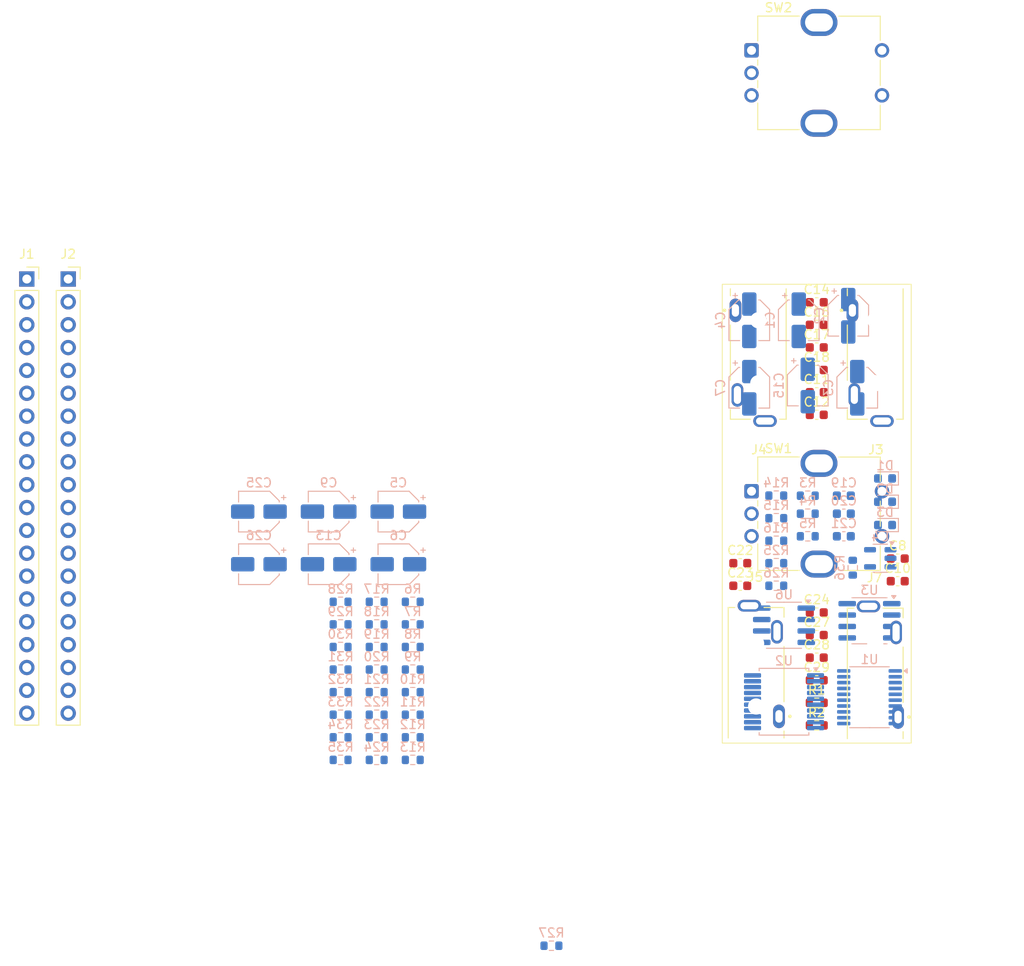
<source format=kicad_pcb>
(kicad_pcb (version 20241229) (generator "pcbnew") (generator_version "9.0")
  (layers (0 "F.Cu" signal) (2 "B.Cu" signal) (13 "F.Paste" user) (15 "B.Paste" user) (5 "F.SilkS" user "F.Silkscreen") (7 "B.SilkS" user "B.Silkscreen") (1 "F.Mask" user) (3 "B.Mask" user) (25 "Edge.Cuts" user))
  (net 0 "")
  (net 1 "/Vinl")
  (net 2 "Net-(U2-Vinl)")
  (net 3 "/Vinr")
  (net 4 "Net-(U2-Vinr)")
  (net 5 "Net-(C22-Pad1)")
  (net 6 "GNDA")
  (net 7 "Net-(C21-Pad1)")
  (net 8 "+5V")
  (net 9 "+3.3V")
  (net 10 "GNDD")
  (net 11 "Net-(U1-LDOO)")
  (net 12 "Net-(U1-CAPM)")
  (net 13 "Net-(U1-CAPP)")
  (net 14 "Net-(U1-VNEG)")
  (net 15 "/OutL")
  (net 16 "/OutR")
  (net 17 "Net-(U2-Vref2)")
  (net 18 "Net-(U2-Vref1)")
  (net 19 "+2V5")
  (net 20 "Net-(C25-Pad1)")
  (net 21 "Net-(U6A-+)")
  (net 22 "Net-(C26-Pad1)")
  (net 23 "Net-(U6B-+)")
  (net 24 "Net-(D1-A)")
  (net 25 "/Led_1")
  (net 26 "/Led_2")
  (net 27 "Net-(D2-A)")
  (net 28 "Net-(D3-A)")
  (net 29 "/Led_3")
  (net 30 "/SD_IN")
  (net 31 "/Bck")
  (net 32 "/SD_CLOCK")
  (net 33 "/Scki")
  (net 34 "/SD_OUT")
  (net 35 "/Fsync")
  (net 36 "/Osr")
  (net 37 "/Enc1_SW")
  (net 38 "/Chip_select")
  (net 39 "/LRCK")
  (net 40 "/Dout")
  (net 41 "/BYPAS")
  (net 42 "/PDWN")
  (net 43 "/Enc2_SW")
  (net 44 "/Enc1_CLK")
  (net 45 "/Enc1_DT")
  (net 46 "Net-(J3-Pad1)")
  (net 47 "Net-(J3-Pad2)")
  (net 49 "Net-(J4-Pad1)")
  (net 52 "Net-(J5-Pad1)")
  (net 53 "Net-(J7-Pad1)")
  (net 55 "Net-(J7-Pad2)")
  (net 56 "/Fmt0")
  (net 57 "/Fmt1")
  (net 58 "/Mode0")
  (net 59 "/Mode1")
  (net 60 "Net-(U1-OUTL)")
  (net 61 "Net-(U1-OUTR)")
  (net 62 "/Enc2_DT")
  (net 63 "/Enc2_CLK")
  (net 64 "/XSMT")
  (net 65 "Net-(U1-DEMP)")
  (net 66 "Net-(U1-FLT)")
  (net 67 "Net-(U1-FMT)")
  (net 68 "Net-(U4-EN)")
  (net 69 "/DIN_DAC")
  (net 70 "/Sck_DAC")
  (net 71 "/Bck_DAC")
  (net 72 "/LRCK_DAC")
  (footprint "Capacitor_SMD:C_0603_1608Metric" (layer "F.Cu") (at 205 79)
    (property "Reference" "C14" (at 0 -1.43 0) (layer "F.SilkS"))
    (property "Value" "0.1u")
    (pad "1" smd roundrect (at -0.775 0) (size 0.9 0.95) (layers "F.Cu" "F.Mask" "F.Paste") (net 9 "+3.3V"))
    (pad "2" smd roundrect (at 0.775 0) (size 0.9 0.95) (layers "F.Cu" "F.Mask" "F.Paste") (net 6 "GNDA"))
  )
  (footprint "Capacitor_SMD:C_0603_1608Metric" (layer "F.Cu") (at 214 107.49)
    (property "Reference" "C8" (at 0 -1.43 0) (layer "F.SilkS"))
    (property "Value" "0.1u")
    (pad "1" smd roundrect (at -0.775 0) (size 0.9 0.95) (layers "F.Cu" "F.Mask" "F.Paste") (net 11 "Net-(U1-LDOO)"))
    (pad "2" smd roundrect (at 0.775 0) (size 0.9 0.95) (layers "F.Cu" "F.Mask" "F.Paste") (net 10 "GNDD"))
  )
  (footprint "Resistor_SMD:R_0603_1608Metric" (layer "F.Cu") (at 205 126.03)
    (property "Reference" "R2" (at 0 -1.43 0) (layer "F.SilkS"))
    (property "Value" "10k")
    (pad "1" smd roundrect (at -0.825 0) (size 0.8 0.95) (layers "F.Cu" "F.Mask" "F.Paste") (net 9 "+3.3V"))
    (pad "2" smd roundrect (at 0.825 0) (size 0.8 0.95) (layers "F.Cu" "F.Mask" "F.Paste") (net 56 "/Fmt0"))
  )
  (footprint "SJ3-35082B-TR:SAMESKY_SJ3-35082B-TR" (layer "F.Cu") (at 198.5 84.5 180)
    (property "Reference" "J4" (at -0.075 -10.885 0) (layer "F.SilkS"))
    (property "Value" "SJ3-35082B-TR")
    (pad "" np_thru_hole circle (at 0 -3.5 180) (size 1.8 1.8) (drill 1.8) (layers "*.Cu" "*.Mask"))
    (pad "" np_thru_hole circle (at 0 3.5 180) (size 1.8 1.8) (drill 1.8) (layers "*.Cu" "*.Mask"))
    (pad "1" thru_hole oval (at 2.54 4.6 180) (size 1.308 2.616) (drill oval 0.8 1.4) (layers "*.Cu" "*.Mask") (net 49 "Net-(J4-Pad1)"))
    (pad "2" thru_hole oval (at 2.32 -4.8 180) (size 1.308 2.616) (drill oval 0.8 2) (layers "*.Cu" "*.Mask") (net 16 "/OutR"))
    (pad "3" thru_hole oval (at -0.75 -7.7 180) (size 2.616 1.308) (drill oval 2 0.8) (layers "*.Cu" "*.Mask"))
  )
  (footprint "Capacitor_SMD:C_0603_1608Metric" (layer "F.Cu") (at 196.5 108)
    (property "Reference" "C22" (at 0 -1.43 0) (layer "F.SilkS"))
    (property "Value" "0.1u")
    (pad "1" smd roundrect (at -0.775 0) (size 0.9 0.95) (layers "F.Cu" "F.Mask" "F.Paste") (net 5 "Net-(C22-Pad1)"))
    (pad "2" smd roundrect (at 0.775 0) (size 0.9 0.95) (layers "F.Cu" "F.Mask" "F.Paste") (net 18 "Net-(U2-Vref1)"))
  )
  (footprint "Capacitor_SMD:C_0603_1608Metric" (layer "F.Cu") (at 196.5 110.51)
    (property "Reference" "C23" (at 0 -1.43 0) (layer "F.SilkS"))
    (property "Value" "0.1u")
    (pad "1" smd roundrect (at -0.775 0) (size 0.9 0.95) (layers "F.Cu" "F.Mask" "F.Paste") (net 8 "+5V"))
    (pad "2" smd roundrect (at 0.775 0) (size 0.9 0.95) (layers "F.Cu" "F.Mask" "F.Paste") (net 6 "GNDA"))
  )
  (footprint "Rotary_Encoder:RotaryEncoder_Bourns_Vertical_PEC12R-3x17F-Sxxxx" (layer "F.Cu") (at 197.75 100)
    (property "Reference" "SW1" (at 3 -4.75 180) (layer "F.SilkS"))
    (property "Value" "RotaryEncoder_Switch")
    (pad "A" thru_hole roundrect (at 0 0) (size 1.6 1.6) (drill 1) (layers "*.Cu" "*.Mask") (roundrect_rratio 0.15625) (net 44 "/Enc1_CLK"))
    (pad "B" thru_hole circle (at 0 5) (size 1.6 1.6) (drill 1) (layers "*.Cu" "*.Mask") (net 45 "/Enc1_DT"))
    (pad "C" thru_hole circle (at 0 2.5) (size 1.6 1.6) (drill 1) (layers "*.Cu" "*.Mask") (net 10 "GNDD"))
    (pad "S1" thru_hole circle (at 14.5 0) (size 1.6 1.6) (drill 1) (layers "*.Cu" "*.Mask") (net 37 "/Enc1_SW"))
    (pad "S2" thru_hole circle (at 14.5 5) (size 1.6 1.6) (drill 1) (layers "*.Cu" "*.Mask") (net 10 "GNDD"))
    (pad "SH" thru_hole oval (at 7.5 -3.1) (size 4.1 3) (drill oval 3.1 2) (layers "*.Cu" "*.Mask"))
    (pad "SH" thru_hole oval (at 7.5 8.1) (size 4.1 3) (drill oval 3.1 2) (layers "*.Cu" "*.Mask"))
  )
  (footprint "Capacitor_SMD:C_0603_1608Metric" (layer "F.Cu") (at 205 91.51)
    (property "Reference" "C12" (at 0 -1.43 0) (layer "F.SilkS"))
    (property "Value" "0.1u")
    (pad "1" smd roundrect (at -0.775 0) (size 0.9 0.95) (layers "F.Cu" "F.Mask" "F.Paste") (net 9 "+3.3V"))
    (pad "2" smd roundrect (at 0.775 0) (size 0.9 0.95) (layers "F.Cu" "F.Mask" "F.Paste") (net 6 "GNDA"))
  )
  (footprint "dsp_footprint_lib:PinSocket_1x20_P2.54mm_Vertical" (layer "F.Cu") (at 121.8 76.415)
    (property "Reference" "J2" (at 0 -2.77 0) (layer "F.SilkS"))
    (property "Value" "HDR_20")
    (pad "21" thru_hole circle (at 0 48.26) (size 1.7 1.7) (drill 1) (layers "*.Cu" "*.Mask") (net 29 "/Led_3"))
    (pad "22" thru_hole circle (at 0 45.72) (size 1.7 1.7) (drill 1) (layers "*.Cu" "*.Mask") (net 64 "/XSMT"))
    (pad "23" thru_hole circle (at 0 43.18) (size 1.7 1.7) (drill 1) (layers "*.Cu" "*.Mask") (net 10 "GNDD"))
    (pad "24" thru_hole circle (at 0 40.64) (size 1.7 1.7) (drill 1) (layers "*.Cu" "*.Mask") (net 70 "/Sck_DAC"))
    (pad "25" thru_hole circle (at 0 38.1) (size 1.7 1.7) (drill 1) (layers "*.Cu" "*.Mask") (net 71 "/Bck_DAC"))
    (pad "26" thru_hole circle (at 0 35.56) (size 1.7 1.7) (drill 1) (layers "*.Cu" "*.Mask") (net 69 "/DIN_DAC"))
    (pad "27" thru_hole circle (at 0 33.02) (size 1.7 1.7) (drill 1) (layers "*.Cu" "*.Mask") (net 72 "/LRCK_DAC"))
    (pad "28" thru_hole circle (at 0 30.48) (size 1.7 1.7) (drill 1) (layers "*.Cu" "*.Mask") (net 10 "GNDD"))
    (pad "29" thru_hole circle (at 0 27.94) (size 1.7 1.7) (drill 1) (layers "*.Cu" "*.Mask") (net 62 "/Enc2_DT"))
    (pad "30" thru_hole circle (at 0 25.4) (size 1.7 1.7) (drill 1) (layers "*.Cu" "*.Mask"))
    (pad "31" thru_hole circle (at 0 22.86) (size 1.7 1.7) (drill 1) (layers "*.Cu" "*.Mask") (net 63 "/Enc2_CLK"))
    (pad "32" thru_hole circle (at 0 20.32) (size 1.7 1.7) (drill 1) (layers "*.Cu" "*.Mask") (net 26 "/Led_2"))
    (pad "33" thru_hole circle (at 0 17.78) (size 1.7 1.7) (drill 1) (layers "*.Cu" "*.Mask") (net 10 "GNDD"))
    (pad "34" thru_hole circle (at 0 15.24) (size 1.7 1.7) (drill 1) (layers "*.Cu" "*.Mask") (net 25 "/Led_1"))
    (pad "35" thru_hole circle (at 0 12.7) (size 1.7 1.7) (drill 1) (layers "*.Cu" "*.Mask"))
    (pad "36" thru_hole circle (at 0 10.16) (size 1.7 1.7) (drill 1) (layers "*.Cu" "*.Mask") (net 9 "+3.3V"))
    (pad "37" thru_hole circle (at 0 7.62) (size 1.7 1.7) (drill 1) (layers "*.Cu" "*.Mask"))
    (pad "38" thru_hole circle (at 0 5.08) (size 1.7 1.7) (drill 1) (layers "*.Cu" "*.Mask") (net 10 "GNDD"))
    (pad "39" thru_hole circle (at 0 2.54) (size 1.7 1.7) (drill 1) (layers "*.Cu" "*.Mask"))
    (pad "40" thru_hole rect (at 0 0) (size 1.7 1.7) (drill 1) (layers "*.Cu" "*.Mask") (net 8 "+5V"))
  )
  (footprint "Capacitor_SMD:C_0603_1608Metric" (layer "F.Cu") (at 205 89)
    (property "Reference" "C11" (at 0 -1.43 0) (layer "F.SilkS"))
    (property "Value" "2.2u")
    (pad "1" smd roundrect (at -0.775 0) (size 0.9 0.95) (layers "F.Cu" "F.Mask" "F.Paste") (net 13 "Net-(U1-CAPP)"))
    (pad "2" smd roundrect (at 0.775 0) (size 0.9 0.95) (layers "F.Cu" "F.Mask" "F.Paste") (net 12 "Net-(U1-CAPM)"))
  )
  (footprint "Capacitor_SMD:C_0603_1608Metric" (layer "F.Cu") (at 205 84.02)
    (property "Reference" "C17" (at 0 -1.43 0) (layer "F.SilkS"))
    (property "Value" "2.2n")
    (pad "1" smd roundrect (at -0.775 0) (size 0.9 0.95) (layers "F.Cu" "F.Mask" "F.Paste") (net 15 "/OutL"))
    (pad "2" smd roundrect (at 0.775 0) (size 0.9 0.95) (layers "F.Cu" "F.Mask" "F.Paste") (net 6 "GNDA"))
  )
  (footprint "SJ3-35082B-TR:SAMESKY_SJ3-35082B-TR" (layer "F.Cu") (at 211.5 120.5)
    (property "Reference" "J7" (at -0.075 -10.885 0) (layer "F.SilkS"))
    (property "Value" "SJ3-35082B-TR")
    (pad "" np_thru_hole circle (at 0 -3.5) (size 1.8 1.8) (drill 1.8) (layers "*.Cu" "*.Mask"))
    (pad "" np_thru_hole circle (at 0 3.5) (size 1.8 1.8) (drill 1.8) (layers "*.Cu" "*.Mask"))
    (pad "1" thru_hole oval (at 2.54 4.6) (size 1.308 2.616) (drill oval 0.8 1.4) (layers "*.Cu" "*.Mask") (net 53 "Net-(J7-Pad1)"))
    (pad "2" thru_hole oval (at 2.32 -4.8) (size 1.308 2.616) (drill oval 0.8 2) (layers "*.Cu" "*.Mask") (net 55 "Net-(J7-Pad2)"))
    (pad "3" thru_hole oval (at -0.75 -7.7) (size 2.616 1.308) (drill oval 2 0.8) (layers "*.Cu" "*.Mask"))
  )
  (footprint "SJ3-35082B-TR:SAMESKY_SJ3-35082B-TR" (layer "F.Cu") (at 198.26075 120.427)
    (property "Reference" "J5" (at -0.075 -10.885 0) (layer "F.SilkS"))
    (property "Value" "SJ3-35082B-TR")
    (pad "" np_thru_hole circle (at 0 -3.5) (size 1.8 1.8) (drill 1.8) (layers "*.Cu" "*.Mask"))
    (pad "" np_thru_hole circle (at 0 3.5) (size 1.8 1.8) (drill 1.8) (layers "*.Cu" "*.Mask"))
    (pad "1" thru_hole oval (at 2.54 4.6) (size 1.308 2.616) (drill oval 0.8 1.4) (layers "*.Cu" "*.Mask") (net 52 "Net-(J5-Pad1)"))
    (pad "2" thru_hole oval (at 2.32 -4.8) (size 1.308 2.616) (drill oval 0.8 2) (layers "*.Cu" "*.Mask") (net 15 "/OutL"))
    (pad "3" thru_hole oval (at -0.75 -7.7) (size 2.616 1.308) (drill oval 2 0.8) (layers "*.Cu" "*.Mask"))
  )
  (footprint "Capacitor_SMD:C_0603_1608Metric" (layer "F.Cu") (at 214 110)
    (property "Reference" "C10" (at 0 -1.43 0) (layer "F.SilkS"))
    (property "Value" "0.1u")
    (pad "1" smd roundrect (at -0.775 0) (size 0.9 0.95) (layers "F.Cu" "F.Mask" "F.Paste") (net 9 "+3.3V"))
    (pad "2" smd roundrect (at 0.775 0) (size 0.9 0.95) (layers "F.Cu" "F.Mask" "F.Paste") (net 10 "GNDD"))
  )
  (footprint "Capacitor_SMD:C_0603_1608Metric" (layer "F.Cu") (at 205 81.51)
    (property "Reference" "C16" (at 0 -1.43 0) (layer "F.SilkS"))
    (property "Value" "2.2u")
    (pad "1" smd roundrect (at -0.775 0) (size 0.9 0.95) (layers "F.Cu" "F.Mask" "F.Paste") (net 14 "Net-(U1-VNEG)"))
    (pad "2" smd roundrect (at 0.775 0) (size 0.9 0.95) (layers "F.Cu" "F.Mask" "F.Paste") (net 6 "GNDA"))
  )
  (footprint "Capacitor_SMD:C_0603_1608Metric" (layer "F.Cu") (at 205 113.48)
    (property "Reference" "C24" (at 0 -1.43 0) (layer "F.SilkS"))
    (property "Value" "0.1u")
    (pad "1" smd roundrect (at -0.775 0) (size 0.9 0.95) (layers "F.Cu" "F.Mask" "F.Paste") (net 19 "+2V5"))
    (pad "2" smd roundrect (at 0.775 0) (size 0.9 0.95) (layers "F.Cu" "F.Mask" "F.Paste") (net 6 "GNDA"))
  )
  (footprint "Capacitor_SMD:C_0603_1608Metric" (layer "F.Cu") (at 205 115.99)
    (property "Reference" "C27" (at 0 -1.43 0) (layer "F.SilkS"))
    (property "Value" "0.1u")
    (pad "1" smd roundrect (at -0.775 0) (size 0.9 0.95) (layers "F.Cu" "F.Mask" "F.Paste") (net 8 "+5V"))
    (pad "2" smd roundrect (at 0.775 0) (size 0.9 0.95) (layers "F.Cu" "F.Mask" "F.Paste") (net 6 "GNDA"))
  )
  (footprint "Capacitor_SMD:C_0603_1608Metric" (layer "F.Cu") (at 205 86.53)
    (property "Reference" "C18" (at 0 -1.43 0) (layer "F.SilkS"))
    (property "Value" "2.2n")
    (pad "1" smd roundrect (at -0.775 0) (size 0.9 0.95) (layers "F.Cu" "F.Mask" "F.Paste") (net 16 "/OutR"))
    (pad "2" smd roundrect (at 0.775 0) (size 0.9 0.95) (layers "F.Cu" "F.Mask" "F.Paste") (net 6 "GNDA"))
  )
  (footprint "Capacitor_SMD:C_0603_1608Metric" (layer "F.Cu") (at 205 118.5)
    (property "Reference" "C28" (at 0 -1.43 0) (layer "F.SilkS"))
    (property "Value" "0.1u")
    (pad "1" smd roundrect (at -0.775 0) (size 0.9 0.95) (layers "F.Cu" "F.Mask" "F.Paste") (net 8 "+5V"))
    (pad "2" smd roundrect (at 0.775 0) (size 0.9 0.95) (layers "F.Cu" "F.Mask" "F.Paste") (net 10 "GNDD"))
  )
  (footprint "Connector_PinSocket_2.54mm:PinSocket_1x20_P2.54mm_Vertical" (layer "F.Cu") (at 117.2 76.415)
    (property "Reference" "J1" (at 0 -2.77 0) (layer "F.SilkS"))
    (property "Value" "HDR_20")
    (pad "1" thru_hole rect (at 0 0) (size 1.7 1.7) (drill 1) (layers "*.Cu" "*.Mask") (net 44 "/Enc1_CLK"))
    (pad "2" thru_hole circle (at 0 2.54) (size 1.7 1.7) (drill 1) (layers "*.Cu" "*.Mask") (net 45 "/Enc1_DT"))
    (pad "3" thru_hole circle (at 0 5.08) (size 1.7 1.7) (drill 1) (layers "*.Cu" "*.Mask") (net 10 "GNDD"))
    (pad "4" thru_hole circle (at 0 7.62) (size 1.7 1.7) (drill 1) (layers "*.Cu" "*.Mask") (net 40 "/Dout"))
    (pad "5" thru_hole circle (at 0 10.16) (size 1.7 1.7) (drill 1) (layers "*.Cu" "*.Mask") (net 31 "/Bck"))
    (pad "6" thru_hole circle (at 0 12.7) (size 1.7 1.7) (drill 1) (layers "*.Cu" "*.Mask") (net 39 "/LRCK"))
    (pad "7" thru_hole circle (at 0 15.24) (size 1.7 1.7) (drill 1) (layers "*.Cu" "*.Mask") (net 35 "/Fsync"))
    (pad "8" thru_hole circle (at 0 17.78) (size 1.7 1.7) (drill 1) (layers "*.Cu" "*.Mask") (net 10 "GNDD"))
    (pad "9" thru_hole circle (at 0 20.32) (size 1.7 1.7) (drill 1) (layers "*.Cu" "*.Mask") (net 36 "/Osr"))
    (pad "10" thru_hole circle (at 0 22.86) (size 1.7 1.7) (drill 1) (layers "*.Cu" "*.Mask") (net 33 "/Scki"))
    (pad "11" thru_hole circle (at 0 25.4) (size 1.7 1.7) (drill 1) (layers "*.Cu" "*.Mask") (net 42 "/PDWN"))
    (pad "12" thru_hole circle (at 0 27.94) (size 1.7 1.7) (drill 1) (layers "*.Cu" "*.Mask") (net 41 "/BYPAS"))
    (pad "13" thru_hole circle (at 0 30.48) (size 1.7 1.7) (drill 1) (layers "*.Cu" "*.Mask") (net 10 "GNDD"))
    (pad "14" thru_hole circle (at 0 33.02) (size 1.7 1.7) (drill 1) (layers "*.Cu" "*.Mask") (net 32 "/SD_CLOCK"))
    (pad "15" thru_hole circle (at 0 35.56) (size 1.7 1.7) (drill 1) (layers "*.Cu" "*.Mask") (net 30 "/SD_IN"))
    (pad "16" thru_hole circle (at 0 38.1) (size 1.7 1.7) (drill 1) (layers "*.Cu" "*.Mask") (net 34 "/SD_OUT"))
    (pad "17" thru_hole circle (at 0 40.64) (size 1.7 1.7) (drill 1) (layers "*.Cu" "*.Mask") (net 38 "/Chip_select"))
    (pad "18" thru_hole circle (at 0 43.18) (size 1.7 1.7) (drill 1) (layers "*.Cu" "*.Mask") (net 10 "GNDD"))
    (pad "19" thru_hole circle (at 0 45.72) (size 1.7 1.7) (drill 1) (layers "*.Cu" "*.Mask") (net 37 "/Enc1_SW"))
    (pad "20" thru_hole circle (at 0 48.26) (size 1.7 1.7) (drill 1) (layers "*.Cu" "*.Mask") (net 43 "/Enc2_SW"))
  )
  (footprint "Capacitor_SMD:C_0603_1608Metric" (layer "F.Cu") (at 205 121.01)
    (property "Reference" "C29" (at 0 -1.43 0) (layer "F.SilkS"))
    (property "Value" "0.1u")
    (pad "1" smd roundrect (at -0.775 0) (size 0.9 0.95) (layers "F.Cu" "F.Mask" "F.Paste") (net 9 "+3.3V"))
    (pad "2" smd roundrect (at 0.775 0) (size 0.9 0.95) (layers "F.Cu" "F.Mask" "F.Paste") (net 10 "GNDD"))
  )
  (footprint "SJ3-35082B-TR:SAMESKY_SJ3-35082B-TR" (layer "F.Cu") (at 211.5 84.5 180)
    (property "Reference" "J3" (at -0.075 -10.885 0) (layer "F.SilkS"))
    (property "Value" "SJ3-35082B-TR")
    (pad "" np_thru_hole circle (at 0 -3.5 180) (size 1.8 1.8) (drill 1.8) (layers "*.Cu" "*.Mask"))
    (pad "" np_thru_hole circle (at 0 3.5 180) (size 1.8 1.8) (drill 1.8) (layers "*.Cu" "*.Mask"))
    (pad "1" thru_hole oval (at 2.54 4.6 180) (size 1.308 2.616) (drill oval 0.8 1.4) (layers "*.Cu" "*.Mask") (net 46 "Net-(J3-Pad1)"))
    (pad "2" thru_hole oval (at 2.32 -4.8 180) (size 1.308 2.616) (drill oval 0.8 2) (layers "*.Cu" "*.Mask") (net 47 "Net-(J3-Pad2)"))
    (pad "3" thru_hole oval (at -0.75 -7.7 180) (size 2.616 1.308) (drill oval 2 0.8) (layers "*.Cu" "*.Mask"))
  )
  (footprint "Rotary_Encoder:RotaryEncoder_Bourns_Vertical_PEC12R-3x17F-Sxxxx" (layer "F.Cu") (at 197.75 51)
    (property "Reference" "SW2" (at 3 -4.75 180) (layer "F.SilkS"))
    (property "Value" "RotaryEncoder_Switch")
    (pad "A" thru_hole roundrect (at 0 0) (size 1.6 1.6) (drill 1) (layers "*.Cu" "*.Mask") (roundrect_rratio 0.15625) (net 63 "/Enc2_CLK"))
    (pad "B" thru_hole circle (at 0 5) (size 1.6 1.6) (drill 1) (layers "*.Cu" "*.Mask") (net 62 "/Enc2_DT"))
    (pad "C" thru_hole circle (at 0 2.5) (size 1.6 1.6) (drill 1) (layers "*.Cu" "*.Mask") (net 10 "GNDD"))
    (pad "S1" thru_hole circle (at 14.5 0) (size 1.6 1.6) (drill 1) (layers "*.Cu" "*.Mask") (net 43 "/Enc2_SW"))
    (pad "S2" thru_hole circle (at 14.5 5) (size 1.6 1.6) (drill 1) (layers "*.Cu" "*.Mask") (net 10 "GNDD"))
    (pad "SH" thru_hole oval (at 7.5 -3.1) (size 4.1 3) (drill oval 3.1 2) (layers "*.Cu" "*.Mask"))
    (pad "SH" thru_hole oval (at 7.5 8.1) (size 4.1 3) (drill oval 3.1 2) (layers "*.Cu" "*.Mask"))
  )
  (footprint "Resistor_SMD:R_0603_1608Metric" (layer "F.Cu") (at 205 123.52)
    (property "Reference" "R1" (at 0 -1.43 0) (layer "F.SilkS"))
    (property "Value" "1k")
    (pad "1" smd roundrect (at -0.825 0) (size 0.8 0.95) (layers "F.Cu" "F.Mask" "F.Paste") (net 8 "+5V"))
    (pad "2" smd roundrect (at 0.825 0) (size 0.8 0.95) (layers "F.Cu" "F.Mask" "F.Paste") (net 17 "Net-(U2-Vref2)"))
  )
  (footprint "Resistor_SMD:R_0603_1608Metric" (layer "B.Cu") (at 160.09619 119.825 180)
    (property "Reference" "R9" (at 0 1.43 0) (layer "B.SilkS") (effects (justify mirror)))
    (property "Value" "10k")
    (pad "1" smd roundrect (at -0.825 0 180) (size 0.8 0.95) (layers "B.Cu" "B.Mask" "B.Paste") (net 59 "/Mode1"))
    (pad "2" smd roundrect (at 0.825 0 180) (size 0.8 0.95) (layers "B.Cu" "B.Mask" "B.Paste") (net 10 "GNDD"))
  )
  (footprint "Resistor_SMD:R_0603_1608Metric" (layer "B.Cu") (at 156.08619 129.865 180)
    (property "Reference" "R24" (at 0 1.43 0) (layer "B.SilkS") (effects (justify mirror)))
    (property "Value" "0R")
    (pad "1" smd roundrect (at -0.825 0 180) (size 0.8 0.95) (layers "B.Cu" "B.Mask" "B.Paste") (net 52 "Net-(J5-Pad1)"))
    (pad "2" smd roundrect (at 0.825 0 180) (size 0.8 0.95) (layers "B.Cu" "B.Mask" "B.Paste") (net 6 "GNDA"))
  )
  (footprint "Resistor_SMD:R_0603_1608Metric" (layer "B.Cu") (at 209 108.5 -90)
    (property "Reference" "R36" (at 0 1.43 90) (layer "B.SilkS") (effects (justify mirror)))
    (property "Value" "10k")
    (pad "1" smd roundrect (at -0.825 0 270) (size 0.8 0.95) (layers "B.Cu" "B.Mask" "B.Paste") (net 36 "/Osr"))
    (pad "2" smd roundrect (at 0.825 0 270) (size 0.8 0.95) (layers "B.Cu" "B.Mask" "B.Paste") (net 10 "GNDD"))
  )
  (footprint "Resistor_SMD:R_0603_1608Metric" (layer "B.Cu") (at 156.08619 124.845 180)
    (property "Reference" "R22" (at 0 1.43 0) (layer "B.SilkS") (effects (justify mirror)))
    (property "Value" "330R")
    (pad "1" smd roundrect (at -0.825 0 180) (size 0.8 0.95) (layers "B.Cu" "B.Mask" "B.Paste") (net 28 "Net-(D3-A)"))
    (pad "2" smd roundrect (at 0.825 0 180) (size 0.8 0.95) (layers "B.Cu" "B.Mask" "B.Paste") (net 9 "+3.3V"))
  )
  (footprint "Resistor_SMD:R_0603_1608Metric" (layer "B.Cu") (at 204 100.5 180)
    (property "Reference" "R3" (at 0 1.43 0) (layer "B.SilkS") (effects (justify mirror)))
    (property "Value" "10k")
    (pad "1" smd roundrect (at -0.825 0 180) (size 0.8 0.95) (layers "B.Cu" "B.Mask" "B.Paste") (net 56 "/Fmt0"))
    (pad "2" smd roundrect (at 0.825 0 180) (size 0.8 0.95) (layers "B.Cu" "B.Mask" "B.Paste") (net 10 "GNDD"))
  )
  (footprint "LED_SMD:LED_0603_1608Metric" (layer "B.Cu") (at 212.59 103.76 180)
    (property "Reference" "D3" (at 0 1.43 0) (layer "B.SilkS") (effects (justify mirror)))
    (property "Value" "LED_Blue")
    (pad "1" smd roundrect (at -0.7875 0 180) (size 0.875 0.95) (layers "B.Cu" "B.Mask" "B.Paste") (net 29 "/Led_3"))
    (pad "2" smd roundrect (at 0.7875 0 180) (size 0.875 0.95) (layers "B.Cu" "B.Mask" "B.Paste") (net 28 "Net-(D3-A)"))
  )
  (footprint "Package_SO:TSSOP-20_4.4x6.5mm_P0.65mm" (layer "B.Cu") (at 210.86075 122.899 180)
    (property "Reference" "U1" (at 0 4.2 0) (layer "B.SilkS") (effects (justify mirror)))
    (property "Value" "PCM5102A")
    (pad "1" smd roundrect (at -2.8625 2.925 180) (size 1.475 0.4) (layers "B.Cu" "B.Mask" "B.Paste") (net 9 "+3.3V"))
    (pad "2" smd roundrect (at -2.8625 2.275 180) (size 1.475 0.4) (layers "B.Cu" "B.Mask" "B.Paste") (net 13 "Net-(U1-CAPP)"))
    (pad "3" smd roundrect (at -2.8625 1.625 180) (size 1.475 0.4) (layers "B.Cu" "B.Mask" "B.Paste") (net 6 "GNDA"))
    (pad "4" smd roundrect (at -2.8625 0.975 180) (size 1.475 0.4) (layers "B.Cu" "B.Mask" "B.Paste") (net 12 "Net-(U1-CAPM)"))
    (pad "5" smd roundrect (at -2.8625 0.325 180) (size 1.475 0.4) (layers "B.Cu" "B.Mask" "B.Paste") (net 14 "Net-(U1-VNEG)"))
    (pad "6" smd roundrect (at -2.8625 -0.325 180) (size 1.475 0.4) (layers "B.Cu" "B.Mask" "B.Paste") (net 60 "Net-(U1-OUTL)"))
    (pad "7" smd roundrect (at -2.8625 -0.975 180) (size 1.475 0.4) (layers "B.Cu" "B.Mask" "B.Paste") (net 61 "Net-(U1-OUTR)"))
    (pad "8" smd roundrect (at -2.8625 -1.625 180) (size 1.475 0.4) (layers "B.Cu" "B.Mask" "B.Paste") (net 9 "+3.3V"))
    (pad "9" smd roundrect (at -2.8625 -2.275 180) (size 1.475 0.4) (layers "B.Cu" "B.Mask" "B.Paste") (net 6 "GNDA"))
    (pad "10" smd roundrect (at -2.8625 -2.925 180) (size 1.475 0.4) (layers "B.Cu" "B.Mask" "B.Paste") (net 65 "Net-(U1-DEMP)"))
    (pad "11" smd roundrect (at 2.8625 -2.925 180) (size 1.475 0.4) (layers "B.Cu" "B.Mask" "B.Paste") (net 66 "Net-(U1-FLT)"))
    (pad "12" smd roundrect (at 2.8625 -2.275 180) (size 1.475 0.4) (layers "B.Cu" "B.Mask" "B.Paste") (net 70 "/Sck_DAC"))
    (pad "13" smd roundrect (at 2.8625 -1.625 180) (size 1.475 0.4) (layers "B.Cu" "B.Mask" "B.Paste") (net 71 "/Bck_DAC"))
    (pad "14" smd roundrect (at 2.8625 -0.975 180) (size 1.475 0.4) (layers "B.Cu" "B.Mask" "B.Paste") (net 69 "/DIN_DAC"))
    (pad "15" smd roundrect (at 2.8625 -0.325 180) (size 1.475 0.4) (layers "B.Cu" "B.Mask" "B.Paste") (net 72 "/LRCK_DAC"))
    (pad "16" smd roundrect (at 2.8625 0.325 180) (size 1.475 0.4) (layers "B.Cu" "B.Mask" "B.Paste") (net 67 "Net-(U1-FMT)"))
    (pad "17" smd roundrect (at 2.8625 0.975 180) (size 1.475 0.4) (layers "B.Cu" "B.Mask" "B.Paste") (net 64 "/XSMT"))
    (pad "18" smd roundrect (at 2.8625 1.625 180) (size 1.475 0.4) (layers "B.Cu" "B.Mask" "B.Paste") (net 11 "Net-(U1-LDOO)"))
    (pad "19" smd roundrect (at 2.8625 2.275 180) (size 1.475 0.4) (layers "B.Cu" "B.Mask" "B.Paste") (net 10 "GNDD"))
    (pad "20" smd roundrect (at 2.8625 2.925 180) (size 1.475 0.4) (layers "B.Cu" "B.Mask" "B.Paste") (net 9 "+3.3V"))
  )
  (footprint "Capacitor_SMD:CP_Elec_4x4.5" (layer "B.Cu") (at 208.5 80.5 -90)
    (property "Reference" "C2" (at 0 3.2 90) (layer "B.SilkS") (effects (justify mirror)))
    (property "Value" "1u")
    (pad "1" smd roundrect (at -1.8 0 270) (size 2.6 1.6) (layers "B.Cu" "B.Mask" "B.Paste") (roundrect_rratio 0.15625) (net 4 "Net-(U2-Vinr)"))
    (pad "2" smd roundrect (at 1.8 0 270) (size 2.6 1.6) (layers "B.Cu" "B.Mask" "B.Paste") (roundrect_rratio 0.15625) (net 3 "/Vinr"))
  )
  (footprint "Package_SO:SOIC-8_3.9x4.9mm_P1.27mm" (layer "B.Cu") (at 201.36075 114.899 180)
    (property "Reference" "U6" (at 0 3.4 0) (layer "B.SilkS") (effects (justify mirror)))
    (property "Value" "OPA2340")
    (pad "1" smd roundrect (at -2.475 1.905 180) (size 1.95 0.6) (layers "B.Cu" "B.Mask" "B.Paste") (net 1 "/Vinl"))
    (pad "2" smd roundrect (at -2.475 0.635 180) (size 1.95 0.6) (layers "B.Cu" "B.Mask" "B.Paste") (net 1 "/Vinl"))
    (pad "3" smd roundrect (at -2.475 -0.635 180) (size 1.95 0.6) (layers "B.Cu" "B.Mask" "B.Paste") (net 21 "Net-(U6A-+)"))
    (pad "4" smd roundrect (at -2.475 -1.905 180) (size 1.95 0.6) (layers "B.Cu" "B.Mask" "B.Paste") (net 6 "GNDA"))
    (pad "5" smd roundrect (at 2.475 -1.905 180) (size 1.95 0.6) (layers "B.Cu" "B.Mask" "B.Paste") (net 23 "Net-(U6B-+)"))
    (pad "6" smd roundrect (at 2.475 -0.635 180) (size 1.95 0.6) (layers "B.Cu" "B.Mask" "B.Paste") (net 3 "/Vinr"))
    (pad "7" smd roundrect (at 2.475 0.635 180) (size 1.95 0.6) (layers "B.Cu" "B.Mask" "B.Paste") (net 3 "/Vinr"))
    (pad "8" smd roundrect (at 2.475 1.905 180) (size 1.95 0.6) (layers "B.Cu" "B.Mask" "B.Paste") (net 8 "+5V"))
  )
  (footprint "Resistor_SMD:R_0603_1608Metric" (layer "B.Cu") (at 156.08619 122.335 180)
    (property "Reference" "R21" (at 0 1.43 0) (layer "B.SilkS") (effects (justify mirror)))
    (property "Value" "1M")
    (pad "1" smd roundrect (at -0.825 0 180) (size 0.8 0.95) (layers "B.Cu" "B.Mask" "B.Paste") (net 19 "+2V5"))
    (pad "2" smd roundrect (at 0.825 0 180) (size 0.8 0.95) (layers "B.Cu" "B.Mask" "B.Paste") (net 23 "Net-(U6B-+)"))
  )
  (footprint "Package_SO:SSOP-20_5.3x7.2mm_P0.65mm" (layer "B.Cu") (at 201.36075 123.399 180)
    (property "Reference" "U2" (at 0 4.55 0) (layer "B.SilkS") (effects (justify mirror)))
    (property "Value" "PCM1802")
    (pad "1" smd roundrect (at -3.5 2.925 180) (size 1.9 0.5) (layers "B.Cu" "B.Mask" "B.Paste") (net 2 "Net-(U2-Vinl)"))
    (pad "2" smd roundrect (at -3.5 2.275 180) (size 1.9 0.5) (layers "B.Cu" "B.Mask" "B.Paste") (net 4 "Net-(U2-Vinr)"))
    (pad "3" smd roundrect (at -3.5 1.625 180) (size 1.9 0.5) (layers "B.Cu" "B.Mask" "B.Paste") (net 18 "Net-(U2-Vref1)"))
    (pad "4" smd roundrect (at -3.5 0.975 180) (size 1.9 0.5) (layers "B.Cu" "B.Mask" "B.Paste") (net 17 "Net-(U2-Vref2)"))
    (pad "5" smd roundrect (at -3.5 0.325 180) (size 1.9 0.5) (layers "B.Cu" "B.Mask" "B.Paste") (net 8 "+5V"))
    (pad "6" smd roundrect (at -3.5 -0.325 180) (size 1.9 0.5) (layers "B.Cu" "B.Mask" "B.Paste") (net 6 "GNDA"))
    (pad "7" smd roundrect (at -3.5 -0.975 180) (size 1.9 0.5) (layers "B.Cu" "B.Mask" "B.Paste") (net 42 "/PDWN"))
    (pad "8" smd roundrect (at -3.5 -1.625 180) (size 1.9 0.5) (layers "B.Cu" "B.Mask" "B.Paste") (net 41 "/BYPAS"))
    (pad "9" smd roundrect (at -3.5 -2.275 180) (size 1.9 0.5) (layers "B.Cu" "B.Mask" "B.Paste") (net 35 "/Fsync"))
    (pad "10" smd roundrect (at -3.5 -2.925 180) (size 1.9 0.5) (layers "B.Cu" "B.Mask" "B.Paste") (net 39 "/LRCK"))
    (pad "11" smd roundrect (at 3.5 -2.925 180) (size 1.9 0.5) (layers "B.Cu" "B.Mask" "B.Paste") (net 31 "/Bck"))
    (pad "12" smd roundrect (at 3.5 -2.275 180) (size 1.9 0.5) (layers "B.Cu" "B.Mask" "B.Paste") (net 40 "/Dout"))
    (pad "13" smd roundrect (at 3.5 -1.625 180) (size 1.9 0.5) (layers "B.Cu" "B.Mask" "B.Paste") (net 10 "GNDD"))
    (pad "14" smd roundrect (at 3.5 -0.975 180) (size 1.9 0.5) (layers "B.Cu" "B.Mask" "B.Paste") (net 9 "+3.3V"))
    (pad "15" smd roundrect (at 3.5 -0.325 180) (size 1.9 0.5) (layers "B.Cu" "B.Mask" "B.Paste") (net 33 "/Scki"))
    (pad "16" smd roundrect (at 3.5 0.325 180) (size 1.9 0.5) (layers "B.Cu" "B.Mask" "B.Paste") (net 36 "/Osr"))
    (pad "17" smd roundrect (at 3.5 0.975 180) (size 1.9 0.5) (layers "B.Cu" "B.Mask" "B.Paste") (net 56 "/Fmt0"))
    (pad "18" smd roundrect (at 3.5 1.625 180) (size 1.9 0.5) (layers "B.Cu" "B.Mask" "B.Paste") (net 57 "/Fmt1"))
    (pad "19" smd roundrect (at 3.5 2.275 180) (size 1.9 0.5) (layers "B.Cu" "B.Mask" "B.Paste") (net 58 "/Mode0"))
    (pad "20" smd roundrect (at 3.5 2.925 180) (size 1.9 0.5) (layers "B.Cu" "B.Mask" "B.Paste") (net 59 "/Mode1"))
  )
  (footprint "Resistor_SMD:R_0603_1608Metric" (layer "B.Cu") (at 160.09619 129.865 180)
    (property "Reference" "R13" (at 0 1.43 0) (layer "B.SilkS") (effects (justify mirror)))
    (property "Value" "10k")
    (pad "1" smd roundrect (at -0.825 0 180) (size 0.8 0.95) (layers "B.Cu" "B.Mask" "B.Paste") (net 9 "+3.3V"))
    (pad "2" smd roundrect (at 0.825 0 180) (size 0.8 0.95) (layers "B.Cu" "B.Mask" "B.Paste") (net 45 "/Enc1_DT"))
  )
  (footprint "Resistor_SMD:R_0603_1608Metric" (layer "B.Cu") (at 160.09619 117.315 180)
    (property "Reference" "R8" (at 0 1.43 0) (layer "B.SilkS") (effects (justify mirror)))
    (property "Value" "10k")
    (pad "1" smd roundrect (at -0.825 0 180) (size 0.8 0.95) (layers "B.Cu" "B.Mask" "B.Paste") (net 9 "+3.3V"))
    (pad "2" smd roundrect (at 0.825 0 180) (size 0.8 0.95) (layers "B.Cu" "B.Mask" "B.Paste") (net 59 "/Mode1"))
  )
  (footprint "Resistor_SMD:R_0603_1608Metric" (layer "B.Cu") (at 152.07619 117.315 180)
    (property "Reference" "R30" (at 0 1.43 0) (layer "B.SilkS") (effects (justify mirror)))
    (property "Value" "0R")
    (pad "1" smd roundrect (at -0.825 0 180) (size 0.8 0.95) (layers "B.Cu" "B.Mask" "B.Paste") (net 10 "GNDD"))
    (pad "2" smd roundrect (at 0.825 0 180) (size 0.8 0.95) (layers "B.Cu" "B.Mask" "B.Paste") (net 65 "Net-(U1-DEMP)"))
  )
  (footprint "Resistor_SMD:R_0603_1608Metric" (layer "B.Cu") (at 175.51 150.52 180)
    (property "Reference" "R27" (at 0 1.43 0) (layer "B.SilkS") (effects (justify mirror)))
    (property "Value" "0R")
    (pad "1" smd roundrect (at -0.825 0 180) (size 0.8 0.95) (layers "B.Cu" "B.Mask" "B.Paste") (net 10 "GNDD"))
    (pad "2" smd roundrect (at 0.825 0 180) (size 0.8 0.95) (layers "B.Cu" "B.Mask" "B.Paste") (net 6 "GNDA"))
  )
  (footprint "Capacitor_SMD:CP_Elec_4x4.5" (layer "B.Cu") (at 142.99619 108.115 180)
    (property "Reference" "C26" (at 0 3.2 0) (layer "B.SilkS") (effects (justify mirror)))
    (property "Value" "1u")
    (pad "1" smd roundrect (at -1.8 0 180) (size 2.6 1.6) (layers "B.Cu" "B.Mask" "B.Paste") (roundrect_rratio 0.15625) (net 22 "Net-(C26-Pad1)"))
    (pad "2" smd roundrect (at 1.8 0 180) (size 2.6 1.6) (layers "B.Cu" "B.Mask" "B.Paste") (roundrect_rratio 0.15625) (net 23 "Net-(U6B-+)"))
  )
  (footprint "Resistor_SMD:R_0603_1608Metric" (layer "B.Cu") (at 200.5 100.49 180)
    (property "Reference" "R14" (at 0 1.43 0) (layer "B.SilkS") (effects (justify mirror)))
    (property "Value" "10k")
    (pad "1" smd roundrect (at -0.825 0 180) (size 0.8 0.95) (layers "B.Cu" "B.Mask" "B.Paste") (net 9 "+3.3V"))
    (pad "2" smd roundrect (at 0.825 0 180) (size 0.8 0.95) (layers "B.Cu" "B.Mask" "B.Paste") (net 62 "/Enc2_DT"))
  )
  (footprint "Resistor_SMD:R_0603_1608Metric" (layer "B.Cu") (at 160.09619 122.335 180)
    (property "Reference" "R10" (at 0 1.43 0) (layer "B.SilkS") (effects (justify mirror)))
    (property "Value" "470R")
    (pad "1" smd roundrect (at -0.825 0 180) (size 0.8 0.95) (layers "B.Cu" "B.Mask" "B.Paste") (net 15 "/OutL"))
    (pad "2" smd roundrect (at 0.825 0 180) (size 0.8 0.95) (layers "B.Cu" "B.Mask" "B.Paste") (net 60 "Net-(U1-OUTL)"))
  )
  (footprint "Capacitor_SMD:CP_Elec_4x4.5" (layer "B.Cu") (at 204 88.25 -90)
    (property "Reference" "C15" (at 0 3.2 90) (layer "B.SilkS") (effects (justify mirror)))
    (property "Value" "10u")
    (pad "1" smd roundrect (at -1.8 0 270) (size 2.6 1.6) (layers "B.Cu" "B.Mask" "B.Paste") (roundrect_rratio 0.15625) (net 9 "+3.3V"))
    (pad "2" smd roundrect (at 1.8 0 270) (size 2.6 1.6) (layers "B.Cu" "B.Mask" "B.Paste") (roundrect_rratio 0.15625) (net 6 "GNDA"))
  )
  (footprint "Resistor_SMD:R_0603_1608Metric" (layer "B.Cu") (at 160.09619 112.295 180)
    (property "Reference" "R6" (at 0 1.43 0) (layer "B.SilkS") (effects (justify mirror)))
    (property "Value" "10k")
    (pad "1" smd roundrect (at -0.825 0 180) (size 0.8 0.95) (layers "B.Cu" "B.Mask" "B.Paste") (net 9 "+3.3V"))
    (pad "2" smd roundrect (at 0.825 0 180) (size 0.8 0.95) (layers "B.Cu" "B.Mask" "B.Paste") (net 58 "/Mode0"))
  )
  (footprint "Resistor_SMD:R_0603_1608Metric" (layer "B.Cu") (at 156.08619 117.315 180)
    (property "Reference" "R19" (at 0 1.43 0) (layer "B.SilkS") (effects (justify mirror)))
    (property "Value" "1M")
    (pad "1" smd roundrect (at -0.825 0 180) (size 0.8 0.95) (layers "B.Cu" "B.Mask" "B.Paste") (net 19 "+2V5"))
    (pad "2" smd roundrect (at 0.825 0 180) (size 0.8 0.95) (layers "B.Cu" "B.Mask" "B.Paste") (net 21 "Net-(U6A-+)"))
  )
  (footprint "Resistor_SMD:R_0603_1608Metric" (layer "B.Cu") (at 204 105.01 180)
    (property "Reference" "R5" (at 0 1.43 0) (layer "B.SilkS") (effects (justify mirror)))
    (property "Value" "10k")
    (pad "1" smd roundrect (at -0.825 0 180) (size 0.8 0.95) (layers "B.Cu" "B.Mask" "B.Paste") (net 9 "+3.3V"))
    (pad "2" smd roundrect (at 0.825 0 180) (size 0.8 0.95) (layers "B.Cu" "B.Mask" "B.Paste") (net 57 "/Fmt1"))
  )
  (footprint "Resistor_SMD:R_0603_1608Metric" (layer "B.Cu") (at 200.5 105.51 180)
    (property "Reference" "R16" (at 0 1.43 0) (layer "B.SilkS") (effects (justify mirror)))
    (property "Value" "120R")
    (pad "1" smd roundrect (at -0.825 0 180) (size 0.8 0.95) (layers "B.Cu" "B.Mask" "B.Paste") (net 24 "Net-(D1-A)"))
    (pad "2" smd roundrect (at 0.825 0 180) (size 0.8 0.95) (layers "B.Cu" "B.Mask" "B.Paste") (net 9 "+3.3V"))
  )
  (footprint "Capacitor_SMD:C_0603_1608Metric" (layer "B.Cu") (at 208.01 105.01 180)
    (property "Reference" "C21" (at 0 1.43 0) (layer "B.SilkS") (effects (justify mirror)))
    (property "Value" "0.1u")
    (pad "1" smd roundrect (at -0.775 0 180) (size 0.9 0.95) (layers "B.Cu" "B.Mask" "B.Paste") (net 7 "Net-(C21-Pad1)"))
    (pad "2" smd roundrect (at 0.775 0 180) (size 0.9 0.95) (layers "B.Cu" "B.Mask" "B.Paste") (net 17 "Net-(U2-Vref2)"))
  )
  (footprint "Capacitor_SMD:CP_Elec_4x4.5" (layer "B.Cu") (at 209.5 88.5 -90)
    (property "Reference" "C3" (at 0 3.2 90) (layer "B.SilkS") (effects (justify mirror)))
    (property "Value" "10u")
    (pad "1" smd roundrect (at -1.8 0 270) (size 2.6 1.6) (layers "B.Cu" "B.Mask" "B.Paste") (roundrect_rratio 0.15625) (net 5 "Net-(C22-Pad1)"))
    (pad "2" smd roundrect (at 1.8 0 270) (size 2.6 1.6) (layers "B.Cu" "B.Mask" "B.Paste") (roundrect_rratio 0.15625) (net 6 "GNDA"))
  )
  (footprint "Resistor_SMD:R_0603_1608Metric" (layer "B.Cu") (at 152.07619 124.845 180)
    (property "Reference" "R33" (at 0 1.43 0) (layer "B.SilkS") (effects (justify mirror)))
    (property "Value" "0R")
    (pad "1" smd roundrect (at -0.825 0 180) (size 0.8 0.95) (layers "B.Cu" "B.Mask" "B.Paste") (net 8 "+5V"))
    (pad "2" smd roundrect (at 0.825 0 180) (size 0.8 0.95) (layers "B.Cu" "B.Mask" "B.Paste") (net 68 "Net-(U4-EN)"))
  )
  (footprint "Capacitor_SMD:CP_Elec_4x4.5" (layer "B.Cu") (at 197.5 88.5 -90)
    (property "Reference" "C7" (at 0 3.2 90) (layer "B.SilkS") (effects (justify mirror)))
    (property "Value" "10u")
    (pad "1" smd roundrect (at -1.8 0 270) (size 2.6 1.6) (layers "B.Cu" "B.Mask" "B.Paste") (roundrect_rratio 0.15625) (net 11 "Net-(U1-LDOO)"))
    (pad "2" smd roundrect (at 1.8 0 270) (size 2.6 1.6) (layers "B.Cu" "B.Mask" "B.Paste") (roundrect_rratio 0.15625) (net 10 "GNDD"))
  )
  (footprint "LED_SMD:LED_0603_1608Metric" (layer "B.Cu") (at 212.59 98.58 180)
    (property "Reference" "D1" (at 0 1.43 0) (layer "B.SilkS") (effects (justify mirror)))
    (property "Value" "LED_Green")
    (pad "1" smd roundrect (at -0.7875 0 180) (size 0.875 0.95) (layers "B.Cu" "B.Mask" "B.Paste") (net 25 "/Led_1"))
    (pad "2" smd roundrect (at 0.7875 0 180) (size 0.875 0.95) (layers "B.Cu" "B.Mask" "B.Paste") (net 24 "Net-(D1-A)"))
  )
  (footprint "Capacitor_SMD:CP_Elec_4x4.5" (layer "B.Cu") (at 150.74619 102.265 180)
    (property "Reference" "C9" (at 0 3.2 0) (layer "B.SilkS") (effects (justify mirror)))
    (property "Value" "10u")
    (pad "1" smd roundrect (at -1.8 0 180) (size 2.6 1.6) (layers "B.Cu" "B.Mask" "B.Paste") (roundrect_rratio 0.15625) (net 9 "+3.3V"))
    (pad "2" smd roundrect (at 1.8 0 180) (size 2.6 1.6) (layers "B.Cu" "B.Mask" "B.Paste") (roundrect_rratio 0.15625) (net 10 "GNDD"))
  )
  (footprint "Resistor_SMD:R_0603_1608Metric" (layer "B.Cu") (at 156.08619 119.825 180)
    (property "Reference" "R20" (at 0 1.43 0) (layer "B.SilkS") (effects (justify mirror)))
    (property "Value" "10k")
    (pad "1" smd roundrect (at -0.825 0 180) (size 0.8 0.95) (layers "B.Cu" "B.Mask" "B.Paste") (net 47 "Net-(J3-Pad2)"))
    (pad "2" smd roundrect (at 0.825 0 180) (size 0.8 0.95) (layers "B.Cu" "B.Mask" "B.Paste") (net 22 "Net-(C26-Pad1)"))
  )
  (footprint "Capacitor_SMD:CP_Elec_4x4.5" (layer "B.Cu") (at 203 81 -90)
    (property "Reference" "C1" (at 0 3.2 90) (layer "B.SilkS") (effects (justify mirror)))
    (property "Value" "1u")
    (pad "1" smd roundrect (at -1.8 0 270) (size 2.6 1.6) (layers "B.Cu" "B.Mask" "B.Paste") (roundrect_rratio 0.15625) (net 2 "Net-(U2-Vinl)"))
    (pad "2" smd roundrect (at 1.8 0 270) (size 2.6 1.6) (layers "B.Cu" "B.Mask" "B.Paste") (roundrect_rratio 0.15625) (net 1 "/Vinl"))
  )
  (footprint "Capacitor_SMD:C_0603_1608Metric" (layer "B.Cu") (at 208.01 100.5 180)
    (property "Reference" "C19" (at 0 1.43 0) (layer "B.SilkS") (effects (justify mirror)))
    (property "Value" "0.1u")
    (pad "1" smd roundrect (at -0.775 0 180) (size 0.9 0.95) (layers "B.Cu" "B.Mask" "B.Paste") (net 9 "+3.3V"))
    (pad "2" smd roundrect (at 0.775 0 180) (size 0.9 0.95) (layers "B.Cu" "B.Mask" "B.Paste") (net 10 "GNDD"))
  )
  (footprint "Resistor_SMD:R_0603_1608Metric" (layer "B.Cu") (at 160.09619 124.845 180)
    (property "Reference" "R11" (at 0 1.43 0) (layer "B.SilkS") (effects (justify mirror)))
    (property "Value" "470R")
    (pad "1" smd roundrect (at -0.825 0 180) (size 0.8 0.95) (layers "B.Cu" "B.Mask" "B.Paste") (net 16 "/OutR"))
    (pad "2" smd roundrect (at 0.825 0 180) (size 0.8 0.95) (layers "B.Cu" "B.Mask" "B.Paste") (net 61 "Net-(U1-OUTR)"))
  )
  (footprint "Resistor_SMD:R_0603_1608Metric" (layer "B.Cu") (at 200.5 103 180)
    (property "Reference" "R15" (at 0 1.43 0) (layer "B.SilkS") (effects (justify mirror)))
    (property "Value" "10k")
    (pad "1" smd roundrect (at -0.825 0 180) (size 0.8 0.95) (layers "B.Cu" "B.Mask" "B.Paste") (net 9 "+3.3V"))
    (pad "2" smd roundrect (at 0.825 0 180) (size 0.8 0.95) (layers "B.Cu" "B.Mask" "B.Paste") (net 63 "/Enc2_CLK"))
  )
  (footprint "Resistor_SMD:R_0603_1608Metric" (layer "B.Cu") (at 160.09619 114.805 180)
    (property "Reference" "R7" (at 0 1.43 0) (layer "B.SilkS") (effects (justify mirror)))
    (property "Value" "10k")
    (pad "1" smd roundrect (at -0.825 0 180) (size 0.8 0.95) (layers "B.Cu" "B.Mask" "B.Paste") (net 58 "/Mode0"))
    (pad "2" smd roundrect (at 0.825 0 180) (size 0.8 0.95) (layers "B.Cu" "B.Mask" "B.Paste") (net 10 "GNDD"))
  )
  (footprint "Resistor_SMD:R_0603_1608Metric" (layer "B.Cu") (at 160.09619 127.355 180)
    (property "Reference" "R12" (at 0 1.43 0) (layer "B.SilkS") (effects (justify mirror)))
    (property "Value" "10k")
    (pad "1" smd roundrect (at -0.825 0 180) (size 0.8 0.95) (layers "B.Cu" "B.Mask" "B.Paste") (net 9 "+3.3V"))
    (pad "2" smd roundrect (at 0.825 0 180) (size 0.8 0.95) (layers "B.Cu" "B.Mask" "B.Paste") (net 44 "/Enc1_CLK"))
  )
  (footprint "Resistor_SMD:R_0603_1608Metric" (layer "B.Cu") (at 152.07619 122.335 180)
    (property "Reference" "R32" (at 0 1.43 0) (layer "B.SilkS") (effects (justify mirror)))
    (property "Value" "0R")
    (pad "1" smd roundrect (at -0.825 0 180) (size 0.8 0.95) (layers "B.Cu" "B.Mask" "B.Paste") (net 10 "GNDD"))
    (pad "2" smd roundrect (at 0.825 0 180) (size 0.8 0.95) (layers "B.Cu" "B.Mask" "B.Paste") (net 67 "Net-(U1-FMT)"))
  )
  (footprint "LED_SMD:LED_0603_1608Metric" (layer "B.Cu") (at 212.59 101.17 180)
    (property "Reference" "D2" (at 0 1.43 0) (layer "B.SilkS") (effects (justify mirror)))
    (property "Value" "LED_Green")
    (pad "1" smd roundrect (at -0.7875 0 180) (size 0.875 0.95) (layers "B.Cu" "B.Mask" "B.Paste") (net 26 "/Led_2"))
    (pad "2" smd roundrect (at 0.7875 0 180) (size 0.875 0.95) (layers "B.Cu" "B.Mask" "B.Paste") (net 27 "Net-(D2-A)"))
  )
  (footprint "Capacitor_SMD:CP_Elec_4x4.5" (layer "B.Cu") (at 150.74619 108.115 180)
    (property "Reference" "C13" (at 0 3.2 0) (layer "B.SilkS") (effects (justify mirror)))
    (property "Value" "10u")
    (pad "1" smd roundrect (at -1.8 0 180) (size 2.6 1.6) (layers "B.Cu" "B.Mask" "B.Paste") (roundrect_rratio 0.15625) (net 9 "+3.3V"))
    (pad "2" smd roundrect (at 1.8 0 180) (size 2.6 1.6) (layers "B.Cu" "B.Mask" "B.Paste") (roundrect_rratio 0.15625) (net 6 "GNDA"))
  )
  (footprint "Resistor_SMD:R_0603_1608Metric" (layer "B.Cu") (at 200.5 110.51 180)
    (property "Reference" "R26" (at 0 1.43 0) (layer "B.SilkS") (effects (justify mirror)))
    (property "Value" "0R")
    (pad "1" smd roundrect (at -0.825 0 180) (size 0.8 0.95) (layers "B.Cu" "B.Mask" "B.Paste") (net 46 "Net-(J3-Pad1)"))
    (pad "2" smd roundrect (at 0.825 0 180) (size 0.8 0.95) (layers "B.Cu" "B.Mask" "B.Paste") (net 6 "GNDA"))
  )
  (footprint "Capacitor_SMD:C_0603_1608Metric" (layer "B.Cu") (at 208.01 102.5 180)
    (property "Reference" "C20" (at 0 1.43 0) (layer "B.SilkS") (effects (justify mirror)))
    (property "Value" "0.1u")
    (pad "1" smd roundrect (at -0.775 0 180) (size 0.9 0.95) (layers "B.Cu" "B.Mask" "B.Paste") (net 8 "+5V"))
    (pad "2" smd roundrect (at 0.775 0 180) (size 0.9 0.95) (layers "B.Cu" "B.Mask" "B.Paste") (net 6 "GNDA"))
  )
  (footprint "Resistor_SMD:R_0603_1608Metric" (layer "B.Cu") (at 152.07619 129.865 180)
    (property "Reference" "R35" (at 0 1.43 0) (layer "B.SilkS") (effects (justify mirror)))
    (property "Value" "10k")
    (pad "1" smd roundrect (at -0.825 0 180) (size 0.8 0.95) (layers "B.Cu" "B.Mask" "B.Paste") (net 41 "/BYPAS"))
    (pad "2" smd roundrect (at 0.825 0 180) (size 0.8 0.95) (layers "B.Cu" "B.Mask" "B.Paste") (net 10 "GNDD"))
  )
  (footprint "Resistor_SMD:R_0603_1608Metric" (layer "B.Cu") (at 204 102.5 180)
    (property "Reference" "R4" (at 0 1.43 0) (layer "B.SilkS") (effects (justify mirror)))
    (property "Value" "10k")
    (pad "1" smd roundrect (at -0.825 0 180) (size 0.8 0.95) (layers "B.Cu" "B.Mask" "B.Paste") (net 57 "/Fmt1"))
    (pad "2" smd roundrect (at 0.825 0 180) (size 0.8 0.95) (layers "B.Cu" "B.Mask" "B.Paste") (net 10 "GNDD"))
  )
  (footprint "Package_TO_SOT_SMD:SOT-23-5" (layer "B.Cu") (at 212.06 107.455 180)
    (property "Reference" "U4" (at 0 2.4 0) (layer "B.SilkS") (effects (justify mirror)))
    (property "Value" "TLV71325PDBV")
    (pad "1" smd roundrect (at -1.1375 0.95 180) (size 1.325 0.6) (layers "B.Cu" "B.Mask" "B.Paste") (net 8 "+5V"))
    (pad "2" smd roundrect (at -1.1375 0 180) (size 1.325 0.6) (layers "B.Cu" "B.Mask" "B.Paste") (net 6 "GNDA"))
    (pad "3" smd roundrect (at -1.1375 -0.95 180) (size 1.325 0.6) (layers "B.Cu" "B.Mask" "B.Paste") (net 68 "Net-(U4-EN)"))
    (pad "4" smd roundrect (at 1.1375 -0.95 180) (size 1.325 0.6) (layers "B.Cu" "B.Mask" "B.Paste"))
    (pad "5" smd roundrect (at 1.1375 0.95 180) (size 1.325 0.6) (layers "B.Cu" "B.Mask" "B.Paste") (net 19 "+2V5"))
  )
  (footprint "Capacitor_SMD:CP_Elec_4x4.5" (layer "B.Cu") (at 158.49619 108.115 180)
    (property "Reference" "C6" (at 0 3.2 0) (layer "B.SilkS") (effects (justify mirror)))
    (property "Value" "10u")
    (pad "1" smd roundrect (at -1.8 0 180) (size 2.6 1.6) (layers "B.Cu" "B.Mask" "B.Paste") (roundrect_rratio 0.15625) (net 9 "+3.3V"))
    (pad "2" smd roundrect (at 1.8 0 180) (size 2.6 1.6) (layers "B.Cu" "B.Mask" "B.Paste") (roundrect_rratio 0.15625) (net 10 "GNDD"))
  )
  (footprint "Resistor_SMD:R_0603_1608Metric" (layer "B.Cu") (at 152.07619 119.825 180)
    (property "Reference" "R31" (at 0 1.43 0) (layer "B.SilkS") (effects (justify mirror)))
    (property "Value" "0R")
    (pad "1" smd roundrect (at -0.825 0 180) (size 0.8 0.95) (layers "B.Cu" "B.Mask" "B.Paste") (net 10 "GNDD"))
    (pad "2" smd roundrect (at 0.825 0 180) (size 0.8 0.95) (layers "B.Cu" "B.Mask" "B.Paste") (net 66 "Net-(U1-FLT)"))
  )
  (footprint "Capacitor_SMD:CP_Elec_4x4.5" (layer "B.Cu") (at 197.5 81 -90)
    (property "Reference" "C4" (at 0 3.2 90) (layer "B.SilkS") (effects (justify mirror)))
    (property "Value" "10u")
    (pad "1" smd roundrect (at -1.8 0 270) (size 2.6 1.6) (layers "B.Cu" "B.Mask" "B.Paste") (roundrect_rratio 0.15625) (net 7 "Net-(C21-Pad1)"))
    (pad "2" smd roundrect (at 1.8 0 270) (size 2.6 1.6) (layers "B.Cu" "B.Mask" "B.Paste") (roundrect_rratio 0.15625) (net 6 "GNDA"))
  )
  (footprint "Resistor_SMD:R_0603_1608Metric" (layer "B.Cu") (at 156.08619 127.355 180)
    (property "Reference" "R23" (at 0 1.43 0) (layer "B.SilkS") (effects (justify mirror)))
    (property "Value" "0R")
    (pad "1" smd roundrect (at -0.825 0 180) (size 0.8 0.95) (layers "B.Cu" "B.Mask" "B.Paste") (net 49 "Net-(J4-Pad1)"))
    (pad "2" smd roundrect (at 0.825 0 180) (size 0.8 0.95) (layers "B.Cu" "B.Mask" "B.Paste") (net 6 "GNDA"))
  )
  (footprint "Resistor_SMD:R_0603_1608Metric" (layer "B.Cu") (at 152.07619 114.805 180)
    (property "Reference" "R29" (at 0 1.43 0) (layer "B.SilkS") (effects (justify mirror)))
    (property "Value" "10k")
    (pad "1" smd roundrect (at -0.825 0 180) (size 0.8 0.95) (layers "B.Cu" "B.Mask" "B.Paste") (net 9 "+3.3V"))
    (pad "2" smd roundrect (at 0.825 0 180) (size 0.8 0.95) (layers "B.Cu" "B.Mask" "B.Paste") (net 64 "/XSMT"))
  )
  (footprint "Capacitor_SMD:CP_Elec_4x4.5" (layer "B.Cu") (at 142.99619 102.265 180)
    (property "Reference" "C25" (at 0 3.2 0) (layer "B.SilkS") (effects (justify mirror)))
    (property "Value" "1u")
    (pad "1" smd roundrect (at -1.8 0 180) (size 2.6 1.6) (layers "B.Cu" "B.Mask" "B.Paste") (roundrect_rratio 0.15625) (net 20 "Net-(C25-Pad1)"))
    (pad "2" smd roundrect (at 1.8 0 180) (size 2.6 1.6) (layers "B.Cu" "B.Mask" "B.Paste") (roundrect_rratio 0.15625) (net 21 "Net-(U6A-+)"))
  )
  (footprint "Resistor_SMD:R_0603_1608Metric" (layer "B.Cu") (at 156.08619 114.805 180)
    (property "Reference" "R18" (at 0 1.43 0) (layer "B.SilkS") (effects (justify mirror)))
    (property "Value" "10k")
    (pad "1" smd roundrect (at -0.825 0 180) (size 0.8 0.95) (layers "B.Cu" "B.Mask" "B.Paste") (net 55 "Net-(J7-Pad2)"))
    (pad "2" smd roundrect (at 0.825 0 180) (size 0.8 0.95) (layers "B.Cu" "B.Mask" "B.Paste") (net 20 "Net-(C25-Pad1)"))
  )
  (footprint "Capacitor_SMD:CP_Elec_4x4.5" (layer "B.Cu") (at 158.49619 102.265 180)
    (property "Reference" "C5" (at 0 3.2 0) (layer "B.SilkS") (effects (justify mirror)))
    (property "Value" "10u")
    (pad "1" smd roundrect (at -1.8 0 180) (size 2.6 1.6) (layers "B.Cu" "B.Mask" "B.Paste") (roundrect_rratio 0.15625) (net 8 "+5V"))
    (pad "2" smd roundrect (at 1.8 0 180) (size 2.6 1.6) (layers "B.Cu" "B.Mask" "B.Paste") (roundrect_rratio 0.15625) (net 6 "GNDA"))
  )
  (footprint "Resistor_SMD:R_0603_1608Metric" (layer "B.Cu") (at 156.08619 112.295 180)
    (property "Reference" "R17" (at 0 1.43 0) (layer "B.SilkS") (effects (justify mirror)))
    (property "Value" "120R")
    (pad "1" smd roundrect (at -0.825 0 180) (size 0.8 0.95) (layers "B.Cu" "B.Mask" "B.Paste") (net 27 "Net-(D2-A)"))
    (pad "2" smd roundrect (at 0.825 0 180) (size 0.8 0.95) (layers "B.Cu" "B.Mask" "B.Paste") (net 9 "+3.3V"))
  )
  (footprint "Resistor_SMD:R_0603_1608Metric" (layer "B.Cu") (at 152.07619 112.295 180)
    (property "Reference" "R28" (at 0 1.43 0) (layer "B.SilkS") (effects (justify mirror)))
    (property "Value" "0R")
    (pad "1" smd roundrect (at -0.825 0 180) (size 0.8 0.95) (layers "B.Cu" "B.Mask" "B.Paste") (net 10 "GNDD"))
    (pad "2" smd roundrect (at 0.825 0 180) (size 0.8 0.95) (layers "B.Cu" "B.Mask" "B.Paste") (net 6 "GNDA"))
  )
  (footprint "Resistor_SMD:R_0603_1608Metric" (layer "B.Cu") (at 152.07619 127.355 180)
    (property "Reference" "R34" (at 0 1.43 0) (layer "B.SilkS") (effects (justify mirror)))
    (property "Value" "10k")
    (pad "1" smd roundrect (at -0.825 0 180) (size 0.8 0.95) (layers "B.Cu" "B.Mask" "B.Paste") (net 8 "+5V"))
    (pad "2" smd roundrect (at 0.825 0 180) (size 0.8 0.95) (layers "B.Cu" "B.Mask" "B.Paste") (net 42 "/PDWN"))
  )
  (footprint "Package_SO:SOIC-8_3.9x4.9mm_P1.27mm" (layer "B.Cu") (at 210.86075 114.399 180)
    (property "Reference" "U3" (at 0 3.4 0) (layer "B.SilkS") (effects (justify mirror)))
    (property "Value" "PSRAM")
    (pad "1" smd roundrect (at -2.475 1.905 180) (size 1.95 0.6) (layers "B.Cu" "B.Mask" "B.Paste") (net 38 "/Chip_select"))
    (pad "2" smd roundrect (at -2.475 0.635 180) (size 1.95 0.6) (layers "B.Cu" "B.Mask" "B.Paste") (net 34 "/SD_OUT"))
    (pad "3" smd roundrect (at -2.475 -0.635 180) (size 1.95 0.6) (layers "B.Cu" "B.Mask" "B.Paste"))
    (pad "4" smd roundrect (at -2.475 -1.905 180) (size 1.95 0.6) (layers "B.Cu" "B.Mask" "B.Paste") (net 10 "GNDD"))
    (pad "5" smd roundrect (at 2.475 -1.905 180) (size 1.95 0.6) (layers "B.Cu" "B.Mask" "B.Paste") (net 30 "/SD_IN"))
    (pad "6" smd roundrect (at 2.475 -0.635 180) (size 1.95 0.6) (layers "B.Cu" "B.Mask" "B.Paste") (net 32 "/SD_CLOCK"))
    (pad "7" smd roundrect (at 2.475 0.635 180) (size 1.95 0.6) (layers "B.Cu" "B.Mask" "B.Paste"))
    (pad "8" smd roundrect (at 2.475 1.905 180) (size 1.95 0.6) (layers "B.Cu" "B.Mask" "B.Paste") (net 9 "+3.3V"))
  )
  (footprint "Resistor_SMD:R_0603_1608Metric" (layer "B.Cu") (at 200.5 108 180)
    (property "Reference" "R25" (at 0 1.43 0) (layer "B.SilkS") (effects (justify mirror)))
    (property "Value" "0R")
    (pad "1" smd roundrect (at -0.825 0 180) (size 0.8 0.95) (layers "B.Cu" "B.Mask" "B.Paste") (net 53 "Net-(J7-Pad1)"))
    (pad "2" smd roundrect (at 0.825 0 180) (size 0.8 0.95) (layers "B.Cu" "B.Mask" "B.Paste") (net 6 "GNDA"))
  )
  (gr_rect (start 194.5 77) (end 215.5 128) (stroke (width 0.1)) (fill no) (layer "F.SilkS"))
)
</source>
